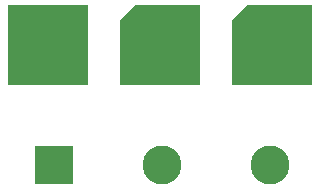
<source format=gbr>
%TF.GenerationSoftware,KiCad,Pcbnew,8.0.4*%
%TF.CreationDate,2024-08-07T12:52:17+02:00*%
%TF.ProjectId,bottom,626f7474-6f6d-42e6-9b69-6361645f7063,rev?*%
%TF.SameCoordinates,Original*%
%TF.FileFunction,Soldermask,Top*%
%TF.FilePolarity,Negative*%
%FSLAX46Y46*%
G04 Gerber Fmt 4.6, Leading zero omitted, Abs format (unit mm)*
G04 Created by KiCad (PCBNEW 8.0.4) date 2024-08-07 12:52:17*
%MOMM*%
%LPD*%
G01*
G04 APERTURE LIST*
G04 Aperture macros list*
%AMOutline5P*
0 Free polygon, 5 corners , with rotation*
0 The origin of the aperture is its center*
0 number of corners: always 5*
0 $1 to $10 corner X, Y*
0 $11 Rotation angle, in degrees counterclockwise*
0 create outline with 5 corners*
4,1,5,$1,$2,$3,$4,$5,$6,$7,$8,$9,$10,$1,$2,$11*%
%AMOutline6P*
0 Free polygon, 6 corners , with rotation*
0 The origin of the aperture is its center*
0 number of corners: always 6*
0 $1 to $12 corner X, Y*
0 $13 Rotation angle, in degrees counterclockwise*
0 create outline with 6 corners*
4,1,6,$1,$2,$3,$4,$5,$6,$7,$8,$9,$10,$11,$12,$1,$2,$13*%
%AMOutline7P*
0 Free polygon, 7 corners , with rotation*
0 The origin of the aperture is its center*
0 number of corners: always 7*
0 $1 to $14 corner X, Y*
0 $15 Rotation angle, in degrees counterclockwise*
0 create outline with 7 corners*
4,1,7,$1,$2,$3,$4,$5,$6,$7,$8,$9,$10,$11,$12,$13,$14,$1,$2,$15*%
%AMOutline8P*
0 Free polygon, 8 corners , with rotation*
0 The origin of the aperture is its center*
0 number of corners: always 8*
0 $1 to $16 corner X, Y*
0 $17 Rotation angle, in degrees counterclockwise*
0 create outline with 8 corners*
4,1,8,$1,$2,$3,$4,$5,$6,$7,$8,$9,$10,$11,$12,$13,$14,$15,$16,$1,$2,$17*%
G04 Aperture macros list end*
%ADD10R,6.800000X6.800000*%
%ADD11Outline5P,-3.400000X2.040000X-2.040000X3.400000X3.400000X3.400000X3.400000X-3.400000X-3.400000X-3.400000X0.000000*%
%ADD12R,3.300000X3.300000*%
%ADD13C,3.300000*%
G04 APERTURE END LIST*
D10*
%TO.C,U1*%
X180200000Y-107550000D03*
D11*
X189700000Y-107550000D03*
X199200000Y-107550000D03*
%TD*%
D12*
%TO.C,J1*%
X180700000Y-117750000D03*
D13*
X189844000Y-117750000D03*
X198988000Y-117750000D03*
%TD*%
M02*

</source>
